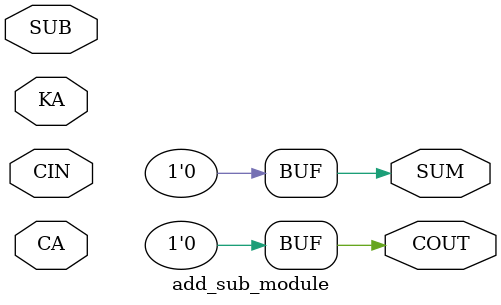
<source format=v>
module add_sub_module(KA,CA,CIN,SUB,SUM,COUT);
	
	input CA, KA, CIN, SUB;
	output SUM, COUT;
	
	assign SUM = 1'b0;
	assign COUT = 1'b0;

	
endmodule
</source>
